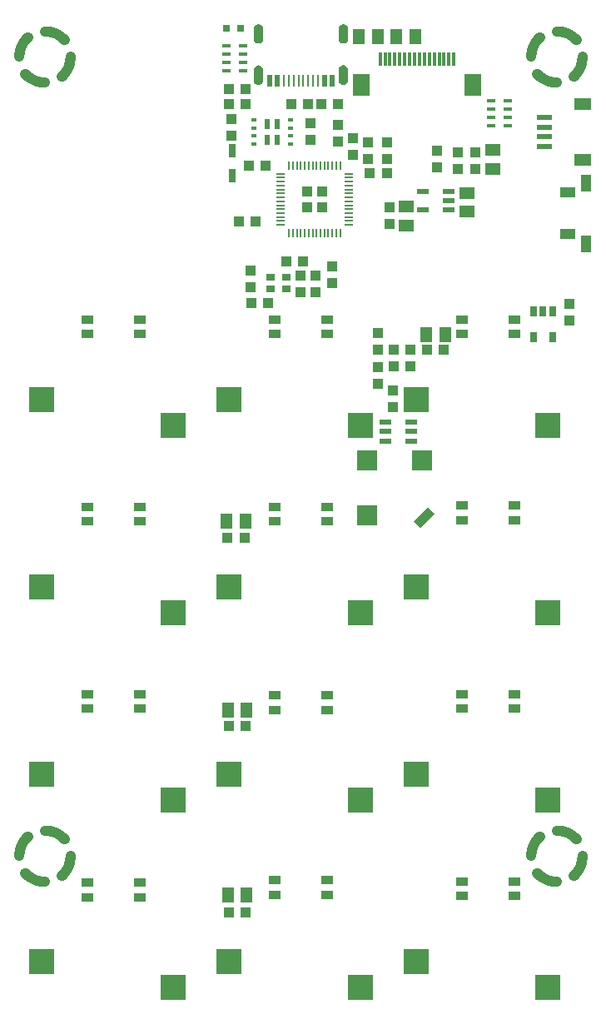
<source format=gbr>
G04 EAGLE Gerber RS-274X export*
G75*
%MOMM*%
%FSLAX34Y34*%
%LPD*%
%INSolderpaste Top*%
%IPPOS*%
%AMOC8*
5,1,8,0,0,1.08239X$1,22.5*%
G01*
%ADD10R,2.550000X2.500000*%
%ADD11R,1.500000X1.240000*%
%ADD12R,0.800000X0.800000*%
%ADD13R,1.200000X0.550000*%
%ADD14R,0.690000X0.990000*%
%ADD15R,0.600000X0.400000*%
%ADD16R,0.600000X1.000000*%
%ADD17R,1.075000X1.000000*%
%ADD18R,1.000000X1.075000*%
%ADD19R,0.875000X0.200000*%
%ADD20R,0.200000X0.875000*%
%ADD21R,1.000000X1.000000*%
%ADD22R,0.900000X0.750000*%
%ADD23R,0.575000X1.150000*%
%ADD24R,0.275000X1.150000*%
%ADD25R,1.200000X0.900000*%
%ADD26R,1.500000X1.100000*%
%ADD27R,1.000000X1.750000*%
%ADD28R,1.550000X0.600000*%
%ADD29R,1.800000X1.200000*%
%ADD30R,1.240000X1.500000*%
%ADD31R,0.800000X1.350000*%
%ADD32C,1.000000*%
%ADD33R,0.300000X1.400000*%
%ADD34R,1.800000X2.200000*%
%ADD35R,0.900000X0.450000*%
%ADD36R,2.000000X2.000000*%
%ADD37R,2.000000X1.000000*%

G36*
X256274Y1017011D02*
X256274Y1017011D01*
X256274Y1017012D01*
X256275Y1017012D01*
X257349Y1017387D01*
X257349Y1017388D01*
X257350Y1017388D01*
X258313Y1017993D01*
X258313Y1017994D01*
X258314Y1017994D01*
X259118Y1018798D01*
X259118Y1018799D01*
X259119Y1018799D01*
X259724Y1019762D01*
X259724Y1019763D01*
X259725Y1019763D01*
X260100Y1020837D01*
X260100Y1020838D01*
X260101Y1020838D01*
X260102Y1020853D01*
X260103Y1020858D01*
X260103Y1020863D01*
X260104Y1020868D01*
X260105Y1020873D01*
X260105Y1020878D01*
X260106Y1020883D01*
X260106Y1020888D01*
X260109Y1020913D01*
X260110Y1020918D01*
X260110Y1020923D01*
X260111Y1020928D01*
X260111Y1020933D01*
X260112Y1020938D01*
X260112Y1020943D01*
X260113Y1020948D01*
X260116Y1020973D01*
X260116Y1020978D01*
X260117Y1020983D01*
X260117Y1020988D01*
X260118Y1020993D01*
X260119Y1020997D01*
X260119Y1020998D01*
X260119Y1021002D01*
X260119Y1021003D01*
X260120Y1021007D01*
X260122Y1021032D01*
X260123Y1021037D01*
X260124Y1021042D01*
X260124Y1021047D01*
X260125Y1021052D01*
X260125Y1021057D01*
X260126Y1021062D01*
X260126Y1021067D01*
X260129Y1021092D01*
X260130Y1021097D01*
X260130Y1021102D01*
X260131Y1021107D01*
X260131Y1021112D01*
X260132Y1021117D01*
X260133Y1021122D01*
X260133Y1021127D01*
X260135Y1021147D01*
X260136Y1021152D01*
X260136Y1021156D01*
X260136Y1021157D01*
X260137Y1021161D01*
X260137Y1021162D01*
X260138Y1021166D01*
X260138Y1021171D01*
X260139Y1021176D01*
X260139Y1021181D01*
X260140Y1021186D01*
X260142Y1021206D01*
X260143Y1021211D01*
X260143Y1021216D01*
X260144Y1021221D01*
X260144Y1021226D01*
X260145Y1021231D01*
X260145Y1021236D01*
X260146Y1021241D01*
X260147Y1021246D01*
X260149Y1021266D01*
X260149Y1021271D01*
X260150Y1021276D01*
X260150Y1021281D01*
X260151Y1021286D01*
X260152Y1021291D01*
X260152Y1021296D01*
X260153Y1021301D01*
X260153Y1021306D01*
X260155Y1021325D01*
X260156Y1021325D01*
X260156Y1021330D01*
X260157Y1021335D01*
X260157Y1021340D01*
X260158Y1021345D01*
X260158Y1021350D01*
X260159Y1021355D01*
X260159Y1021360D01*
X260160Y1021365D01*
X260162Y1021385D01*
X260163Y1021390D01*
X260163Y1021395D01*
X260164Y1021400D01*
X260164Y1021405D01*
X260165Y1021410D01*
X260166Y1021415D01*
X260166Y1021420D01*
X260167Y1021425D01*
X260169Y1021445D01*
X260169Y1021450D01*
X260170Y1021450D01*
X260169Y1021450D01*
X260170Y1021455D01*
X260171Y1021460D01*
X260171Y1021465D01*
X260172Y1021470D01*
X260172Y1021474D01*
X260172Y1021475D01*
X260173Y1021479D01*
X260173Y1021480D01*
X260173Y1021484D01*
X260176Y1021504D01*
X260176Y1021509D01*
X260177Y1021514D01*
X260177Y1021519D01*
X260178Y1021524D01*
X260178Y1021529D01*
X260179Y1021534D01*
X260180Y1021539D01*
X260180Y1021544D01*
X260182Y1021564D01*
X260183Y1021569D01*
X260183Y1021574D01*
X260184Y1021574D01*
X260183Y1021574D01*
X260184Y1021579D01*
X260185Y1021584D01*
X260185Y1021589D01*
X260186Y1021594D01*
X260186Y1021599D01*
X260187Y1021604D01*
X260189Y1021624D01*
X260190Y1021629D01*
X260190Y1021633D01*
X260190Y1021634D01*
X260191Y1021638D01*
X260191Y1021639D01*
X260191Y1021643D01*
X260192Y1021648D01*
X260192Y1021653D01*
X260193Y1021658D01*
X260194Y1021663D01*
X260196Y1021683D01*
X260196Y1021688D01*
X260197Y1021693D01*
X260197Y1021698D01*
X260198Y1021698D01*
X260197Y1021698D01*
X260198Y1021703D01*
X260199Y1021708D01*
X260199Y1021713D01*
X260200Y1021718D01*
X260200Y1021723D01*
X260203Y1021743D01*
X260203Y1021748D01*
X260204Y1021753D01*
X260204Y1021758D01*
X260205Y1021763D01*
X260205Y1021768D01*
X260206Y1021773D01*
X260206Y1021778D01*
X260207Y1021783D01*
X260209Y1021802D01*
X260210Y1021807D01*
X260210Y1021812D01*
X260211Y1021817D01*
X260211Y1021822D01*
X260212Y1021822D01*
X260211Y1021822D01*
X260212Y1021827D01*
X260213Y1021832D01*
X260213Y1021837D01*
X260216Y1021862D01*
X260217Y1021867D01*
X260217Y1021872D01*
X260218Y1021877D01*
X260218Y1021882D01*
X260219Y1021887D01*
X260219Y1021892D01*
X260220Y1021897D01*
X260223Y1021922D01*
X260223Y1021927D01*
X260224Y1021932D01*
X260224Y1021937D01*
X260225Y1021942D01*
X260225Y1021947D01*
X260226Y1021947D01*
X260225Y1021947D01*
X260226Y1021951D01*
X260226Y1021952D01*
X260227Y1021956D01*
X260227Y1021957D01*
X260228Y1021968D01*
X260228Y1021969D01*
X260228Y1031621D01*
X260228Y1031622D01*
X260101Y1032752D01*
X260100Y1032752D01*
X260100Y1032753D01*
X259725Y1033827D01*
X259724Y1033827D01*
X259724Y1033828D01*
X259119Y1034791D01*
X259118Y1034791D01*
X259118Y1034792D01*
X258314Y1035596D01*
X258313Y1035596D01*
X258313Y1035597D01*
X257350Y1036202D01*
X257349Y1036202D01*
X257349Y1036203D01*
X256275Y1036578D01*
X256274Y1036578D01*
X256274Y1036579D01*
X255144Y1036706D01*
X255143Y1036706D01*
X255142Y1036706D01*
X254908Y1036680D01*
X254555Y1036640D01*
X254203Y1036600D01*
X254069Y1036585D01*
X254068Y1036584D01*
X254067Y1036585D01*
X253047Y1036228D01*
X253047Y1036227D01*
X253046Y1036227D01*
X252131Y1035652D01*
X251366Y1034888D01*
X251366Y1034887D01*
X250791Y1033972D01*
X250791Y1033971D01*
X250790Y1033971D01*
X250433Y1032951D01*
X250434Y1032950D01*
X250433Y1032949D01*
X250432Y1032944D01*
X250432Y1032939D01*
X250431Y1032934D01*
X250429Y1032914D01*
X250429Y1032909D01*
X250428Y1032909D01*
X250429Y1032909D01*
X250428Y1032904D01*
X250427Y1032899D01*
X250427Y1032894D01*
X250426Y1032889D01*
X250426Y1032884D01*
X250425Y1032879D01*
X250422Y1032854D01*
X250422Y1032849D01*
X250421Y1032844D01*
X250421Y1032839D01*
X250420Y1032834D01*
X250420Y1032829D01*
X250419Y1032824D01*
X250418Y1032819D01*
X250416Y1032795D01*
X250415Y1032790D01*
X250415Y1032785D01*
X250414Y1032785D01*
X250415Y1032785D01*
X250414Y1032780D01*
X250413Y1032775D01*
X250413Y1032770D01*
X250412Y1032765D01*
X250412Y1032760D01*
X250409Y1032740D01*
X250409Y1032735D01*
X250408Y1032730D01*
X250408Y1032725D01*
X250407Y1032720D01*
X250407Y1032715D01*
X250406Y1032710D01*
X250406Y1032705D01*
X250405Y1032700D01*
X250403Y1032680D01*
X250402Y1032675D01*
X250402Y1032670D01*
X250401Y1032665D01*
X250401Y1032660D01*
X250400Y1032660D01*
X250401Y1032660D01*
X250400Y1032655D01*
X250399Y1032651D01*
X250399Y1032650D01*
X250399Y1032646D01*
X250399Y1032645D01*
X250398Y1032641D01*
X250396Y1032621D01*
X250395Y1032616D01*
X250395Y1032611D01*
X250394Y1032606D01*
X250394Y1032601D01*
X250393Y1032596D01*
X250393Y1032591D01*
X250392Y1032586D01*
X250392Y1032581D01*
X250389Y1032561D01*
X250389Y1032556D01*
X250388Y1032551D01*
X250388Y1032546D01*
X250387Y1032541D01*
X250387Y1032536D01*
X250386Y1032536D01*
X250387Y1032536D01*
X250386Y1032531D01*
X250385Y1032526D01*
X250383Y1032501D01*
X250382Y1032496D01*
X250381Y1032492D01*
X250381Y1032491D01*
X250381Y1032487D01*
X250381Y1032486D01*
X250380Y1032482D01*
X250380Y1032477D01*
X250379Y1032472D01*
X250379Y1032467D01*
X250376Y1032442D01*
X250375Y1032437D01*
X250375Y1032432D01*
X250374Y1032427D01*
X250374Y1032422D01*
X250373Y1032417D01*
X250373Y1032412D01*
X250372Y1032412D01*
X250373Y1032412D01*
X250372Y1032407D01*
X250370Y1032387D01*
X250369Y1032382D01*
X250369Y1032377D01*
X250368Y1032372D01*
X250367Y1032367D01*
X250367Y1032362D01*
X250366Y1032357D01*
X250366Y1032352D01*
X250365Y1032347D01*
X250363Y1032328D01*
X250363Y1032327D01*
X250362Y1032323D01*
X250362Y1032318D01*
X250361Y1032313D01*
X250361Y1032308D01*
X250360Y1032303D01*
X250360Y1032298D01*
X250359Y1032293D01*
X250359Y1032288D01*
X250358Y1032288D01*
X250359Y1032288D01*
X250356Y1032268D01*
X250356Y1032263D01*
X250355Y1032258D01*
X250355Y1032253D01*
X250354Y1032248D01*
X250353Y1032243D01*
X250353Y1032238D01*
X250352Y1032233D01*
X250352Y1032228D01*
X250350Y1032208D01*
X250349Y1032203D01*
X250348Y1032198D01*
X250348Y1032193D01*
X250347Y1032188D01*
X250347Y1032183D01*
X250346Y1032178D01*
X250346Y1032174D01*
X250346Y1032173D01*
X250343Y1032149D01*
X250342Y1032144D01*
X250342Y1032139D01*
X250341Y1032134D01*
X250341Y1032129D01*
X250340Y1032124D01*
X250339Y1032119D01*
X250339Y1032114D01*
X250336Y1032089D01*
X250336Y1032084D01*
X250335Y1032079D01*
X250334Y1032074D01*
X250334Y1032069D01*
X250333Y1032064D01*
X250333Y1032059D01*
X250332Y1032054D01*
X250330Y1032034D01*
X250329Y1032029D01*
X250329Y1032024D01*
X250328Y1032019D01*
X250328Y1032015D01*
X250328Y1032014D01*
X250327Y1032010D01*
X250327Y1032009D01*
X250327Y1032005D01*
X250326Y1032000D01*
X250325Y1031995D01*
X250323Y1031975D01*
X250323Y1031970D01*
X250322Y1031965D01*
X250322Y1031960D01*
X250321Y1031955D01*
X250320Y1031950D01*
X250320Y1031945D01*
X250319Y1031940D01*
X250319Y1031935D01*
X250317Y1031915D01*
X250316Y1031910D01*
X250315Y1031905D01*
X250315Y1031900D01*
X250314Y1031895D01*
X250314Y1031890D01*
X250313Y1031885D01*
X250313Y1031880D01*
X250312Y1031876D01*
X250312Y1031875D01*
X250312Y1021715D01*
X250312Y1021714D01*
X250433Y1020641D01*
X250434Y1020640D01*
X250433Y1020639D01*
X250790Y1019619D01*
X250791Y1019619D01*
X250791Y1019618D01*
X251366Y1018703D01*
X252131Y1017938D01*
X253046Y1017363D01*
X253047Y1017363D01*
X253047Y1017362D01*
X254067Y1017005D01*
X254068Y1017006D01*
X254069Y1017005D01*
X255142Y1016884D01*
X255143Y1016885D01*
X255144Y1016884D01*
X256274Y1017011D01*
G37*
G36*
X342634Y1017011D02*
X342634Y1017011D01*
X342634Y1017012D01*
X342635Y1017012D01*
X343709Y1017387D01*
X343709Y1017388D01*
X343710Y1017388D01*
X344673Y1017993D01*
X344673Y1017994D01*
X344674Y1017994D01*
X345478Y1018798D01*
X345478Y1018799D01*
X345479Y1018799D01*
X346084Y1019762D01*
X346084Y1019763D01*
X346085Y1019763D01*
X346460Y1020837D01*
X346460Y1020838D01*
X346461Y1020838D01*
X346462Y1020853D01*
X346463Y1020858D01*
X346463Y1020863D01*
X346464Y1020868D01*
X346465Y1020873D01*
X346465Y1020878D01*
X346466Y1020883D01*
X346466Y1020888D01*
X346469Y1020913D01*
X346470Y1020918D01*
X346470Y1020923D01*
X346471Y1020928D01*
X346471Y1020933D01*
X346472Y1020938D01*
X346472Y1020943D01*
X346473Y1020948D01*
X346476Y1020973D01*
X346476Y1020978D01*
X346477Y1020983D01*
X346477Y1020988D01*
X346478Y1020993D01*
X346479Y1020997D01*
X346479Y1020998D01*
X346479Y1021002D01*
X346479Y1021003D01*
X346480Y1021007D01*
X346482Y1021032D01*
X346483Y1021037D01*
X346484Y1021042D01*
X346484Y1021047D01*
X346485Y1021052D01*
X346485Y1021057D01*
X346486Y1021062D01*
X346486Y1021067D01*
X346489Y1021092D01*
X346490Y1021097D01*
X346490Y1021102D01*
X346491Y1021107D01*
X346491Y1021112D01*
X346492Y1021117D01*
X346493Y1021122D01*
X346493Y1021127D01*
X346495Y1021147D01*
X346496Y1021152D01*
X346496Y1021156D01*
X346496Y1021157D01*
X346497Y1021161D01*
X346497Y1021162D01*
X346498Y1021166D01*
X346498Y1021171D01*
X346499Y1021176D01*
X346499Y1021181D01*
X346500Y1021186D01*
X346502Y1021206D01*
X346503Y1021211D01*
X346503Y1021216D01*
X346504Y1021221D01*
X346504Y1021226D01*
X346505Y1021231D01*
X346505Y1021236D01*
X346506Y1021241D01*
X346507Y1021246D01*
X346509Y1021266D01*
X346509Y1021271D01*
X346510Y1021276D01*
X346510Y1021281D01*
X346511Y1021286D01*
X346512Y1021291D01*
X346512Y1021296D01*
X346513Y1021301D01*
X346513Y1021306D01*
X346515Y1021325D01*
X346516Y1021325D01*
X346516Y1021330D01*
X346517Y1021335D01*
X346517Y1021340D01*
X346518Y1021345D01*
X346518Y1021350D01*
X346519Y1021355D01*
X346519Y1021360D01*
X346520Y1021365D01*
X346522Y1021385D01*
X346523Y1021390D01*
X346523Y1021395D01*
X346524Y1021400D01*
X346524Y1021405D01*
X346525Y1021410D01*
X346526Y1021415D01*
X346526Y1021420D01*
X346527Y1021425D01*
X346529Y1021445D01*
X346529Y1021450D01*
X346530Y1021450D01*
X346529Y1021450D01*
X346530Y1021455D01*
X346531Y1021460D01*
X346531Y1021465D01*
X346532Y1021470D01*
X346532Y1021474D01*
X346532Y1021475D01*
X346533Y1021479D01*
X346533Y1021480D01*
X346533Y1021484D01*
X346536Y1021504D01*
X346536Y1021509D01*
X346537Y1021514D01*
X346537Y1021519D01*
X346538Y1021524D01*
X346538Y1021529D01*
X346539Y1021534D01*
X346540Y1021539D01*
X346540Y1021544D01*
X346542Y1021564D01*
X346543Y1021569D01*
X346543Y1021574D01*
X346544Y1021574D01*
X346543Y1021574D01*
X346544Y1021579D01*
X346545Y1021584D01*
X346545Y1021589D01*
X346546Y1021594D01*
X346546Y1021599D01*
X346547Y1021604D01*
X346549Y1021624D01*
X346550Y1021629D01*
X346550Y1021633D01*
X346550Y1021634D01*
X346551Y1021638D01*
X346551Y1021639D01*
X346551Y1021643D01*
X346552Y1021648D01*
X346552Y1021653D01*
X346553Y1021658D01*
X346554Y1021663D01*
X346556Y1021683D01*
X346556Y1021688D01*
X346557Y1021693D01*
X346557Y1021698D01*
X346558Y1021698D01*
X346557Y1021698D01*
X346558Y1021703D01*
X346559Y1021708D01*
X346559Y1021713D01*
X346560Y1021718D01*
X346560Y1021723D01*
X346563Y1021743D01*
X346563Y1021748D01*
X346564Y1021753D01*
X346564Y1021758D01*
X346565Y1021763D01*
X346565Y1021768D01*
X346566Y1021773D01*
X346566Y1021778D01*
X346567Y1021783D01*
X346569Y1021802D01*
X346570Y1021807D01*
X346570Y1021812D01*
X346571Y1021817D01*
X346571Y1021822D01*
X346572Y1021822D01*
X346571Y1021822D01*
X346572Y1021827D01*
X346573Y1021832D01*
X346573Y1021837D01*
X346576Y1021862D01*
X346577Y1021867D01*
X346577Y1021872D01*
X346578Y1021877D01*
X346578Y1021882D01*
X346579Y1021887D01*
X346579Y1021892D01*
X346580Y1021897D01*
X346583Y1021922D01*
X346583Y1021927D01*
X346584Y1021932D01*
X346584Y1021937D01*
X346585Y1021942D01*
X346585Y1021947D01*
X346586Y1021947D01*
X346585Y1021947D01*
X346586Y1021951D01*
X346586Y1021952D01*
X346587Y1021956D01*
X346587Y1021957D01*
X346588Y1021968D01*
X346588Y1021969D01*
X346588Y1031621D01*
X346588Y1031622D01*
X346461Y1032752D01*
X346460Y1032752D01*
X346460Y1032753D01*
X346085Y1033827D01*
X346084Y1033827D01*
X346084Y1033828D01*
X345479Y1034791D01*
X345478Y1034791D01*
X345478Y1034792D01*
X344674Y1035596D01*
X344673Y1035596D01*
X344673Y1035597D01*
X343710Y1036202D01*
X343709Y1036202D01*
X343709Y1036203D01*
X342635Y1036578D01*
X342634Y1036578D01*
X342634Y1036579D01*
X341504Y1036706D01*
X341503Y1036706D01*
X341502Y1036706D01*
X341268Y1036680D01*
X340915Y1036640D01*
X340563Y1036600D01*
X340429Y1036585D01*
X340428Y1036584D01*
X340427Y1036585D01*
X339407Y1036228D01*
X339407Y1036227D01*
X339406Y1036227D01*
X338491Y1035652D01*
X337726Y1034888D01*
X337726Y1034887D01*
X337151Y1033972D01*
X337151Y1033971D01*
X337150Y1033971D01*
X336793Y1032951D01*
X336794Y1032950D01*
X336793Y1032949D01*
X336792Y1032944D01*
X336792Y1032939D01*
X336791Y1032934D01*
X336789Y1032914D01*
X336789Y1032909D01*
X336788Y1032909D01*
X336789Y1032909D01*
X336788Y1032904D01*
X336787Y1032899D01*
X336787Y1032894D01*
X336786Y1032889D01*
X336786Y1032884D01*
X336785Y1032879D01*
X336782Y1032854D01*
X336782Y1032849D01*
X336781Y1032844D01*
X336781Y1032839D01*
X336780Y1032834D01*
X336780Y1032829D01*
X336779Y1032824D01*
X336778Y1032819D01*
X336776Y1032795D01*
X336775Y1032790D01*
X336775Y1032785D01*
X336774Y1032785D01*
X336775Y1032785D01*
X336774Y1032780D01*
X336773Y1032775D01*
X336773Y1032770D01*
X336772Y1032765D01*
X336772Y1032760D01*
X336769Y1032740D01*
X336769Y1032735D01*
X336768Y1032730D01*
X336768Y1032725D01*
X336767Y1032720D01*
X336767Y1032715D01*
X336766Y1032710D01*
X336766Y1032705D01*
X336765Y1032700D01*
X336763Y1032680D01*
X336762Y1032675D01*
X336762Y1032670D01*
X336761Y1032665D01*
X336761Y1032660D01*
X336760Y1032660D01*
X336761Y1032660D01*
X336760Y1032655D01*
X336759Y1032651D01*
X336759Y1032650D01*
X336759Y1032646D01*
X336759Y1032645D01*
X336758Y1032641D01*
X336756Y1032621D01*
X336755Y1032616D01*
X336755Y1032611D01*
X336754Y1032606D01*
X336754Y1032601D01*
X336753Y1032596D01*
X336753Y1032591D01*
X336752Y1032586D01*
X336752Y1032581D01*
X336749Y1032561D01*
X336749Y1032556D01*
X336748Y1032551D01*
X336748Y1032546D01*
X336747Y1032541D01*
X336747Y1032536D01*
X336746Y1032536D01*
X336747Y1032536D01*
X336746Y1032531D01*
X336745Y1032526D01*
X336743Y1032501D01*
X336742Y1032496D01*
X336741Y1032492D01*
X336741Y1032491D01*
X336741Y1032487D01*
X336741Y1032486D01*
X336740Y1032482D01*
X336740Y1032477D01*
X336739Y1032472D01*
X336739Y1032467D01*
X336736Y1032442D01*
X336735Y1032437D01*
X336735Y1032432D01*
X336734Y1032427D01*
X336734Y1032422D01*
X336733Y1032417D01*
X336733Y1032412D01*
X336732Y1032412D01*
X336733Y1032412D01*
X336732Y1032407D01*
X336730Y1032387D01*
X336729Y1032382D01*
X336729Y1032377D01*
X336728Y1032372D01*
X336727Y1032367D01*
X336727Y1032362D01*
X336726Y1032357D01*
X336726Y1032352D01*
X336725Y1032347D01*
X336723Y1032328D01*
X336723Y1032327D01*
X336722Y1032323D01*
X336722Y1032318D01*
X336721Y1032313D01*
X336721Y1032308D01*
X336720Y1032303D01*
X336720Y1032298D01*
X336719Y1032293D01*
X336719Y1032288D01*
X336718Y1032288D01*
X336719Y1032288D01*
X336716Y1032268D01*
X336716Y1032263D01*
X336715Y1032258D01*
X336715Y1032253D01*
X336714Y1032248D01*
X336713Y1032243D01*
X336713Y1032238D01*
X336712Y1032233D01*
X336712Y1032228D01*
X336710Y1032208D01*
X336709Y1032203D01*
X336708Y1032198D01*
X336708Y1032193D01*
X336707Y1032188D01*
X336707Y1032183D01*
X336706Y1032178D01*
X336706Y1032174D01*
X336706Y1032173D01*
X336703Y1032149D01*
X336702Y1032144D01*
X336702Y1032139D01*
X336701Y1032134D01*
X336701Y1032129D01*
X336700Y1032124D01*
X336699Y1032119D01*
X336699Y1032114D01*
X336696Y1032089D01*
X336696Y1032084D01*
X336695Y1032079D01*
X336694Y1032074D01*
X336694Y1032069D01*
X336693Y1032064D01*
X336693Y1032059D01*
X336692Y1032054D01*
X336690Y1032034D01*
X336689Y1032029D01*
X336689Y1032024D01*
X336688Y1032019D01*
X336688Y1032015D01*
X336688Y1032014D01*
X336687Y1032010D01*
X336687Y1032009D01*
X336687Y1032005D01*
X336686Y1032000D01*
X336685Y1031995D01*
X336683Y1031975D01*
X336683Y1031970D01*
X336682Y1031965D01*
X336682Y1031960D01*
X336681Y1031955D01*
X336680Y1031950D01*
X336680Y1031945D01*
X336679Y1031940D01*
X336679Y1031935D01*
X336677Y1031915D01*
X336676Y1031910D01*
X336675Y1031905D01*
X336675Y1031900D01*
X336674Y1031895D01*
X336674Y1031890D01*
X336673Y1031885D01*
X336673Y1031880D01*
X336672Y1031876D01*
X336672Y1031875D01*
X336672Y1021715D01*
X336672Y1021714D01*
X336793Y1020641D01*
X336794Y1020640D01*
X336793Y1020639D01*
X337150Y1019619D01*
X337151Y1019619D01*
X337151Y1019618D01*
X337726Y1018703D01*
X338491Y1017938D01*
X339406Y1017363D01*
X339407Y1017363D01*
X339407Y1017362D01*
X340427Y1017005D01*
X340428Y1017006D01*
X340429Y1017005D01*
X341502Y1016884D01*
X341503Y1016885D01*
X341504Y1016884D01*
X342634Y1017011D01*
G37*
G36*
X342761Y975228D02*
X342761Y975228D01*
X342761Y975229D01*
X342762Y975229D01*
X343836Y975604D01*
X343836Y975605D01*
X343837Y975605D01*
X344800Y976210D01*
X344800Y976211D01*
X344801Y976211D01*
X345605Y977015D01*
X345605Y977016D01*
X345606Y977016D01*
X346211Y977979D01*
X346211Y977980D01*
X346212Y977980D01*
X346587Y979054D01*
X346587Y979055D01*
X346588Y979055D01*
X346589Y979070D01*
X346590Y979075D01*
X346590Y979080D01*
X346591Y979085D01*
X346592Y979090D01*
X346592Y979095D01*
X346593Y979100D01*
X346593Y979105D01*
X346596Y979130D01*
X346597Y979135D01*
X346597Y979140D01*
X346598Y979145D01*
X346598Y979150D01*
X346599Y979155D01*
X346599Y979160D01*
X346600Y979165D01*
X346603Y979190D01*
X346603Y979195D01*
X346604Y979200D01*
X346604Y979205D01*
X346605Y979210D01*
X346606Y979214D01*
X346606Y979215D01*
X346606Y979219D01*
X346606Y979220D01*
X346607Y979224D01*
X346609Y979249D01*
X346610Y979254D01*
X346611Y979259D01*
X346611Y979264D01*
X346612Y979269D01*
X346612Y979274D01*
X346613Y979279D01*
X346613Y979284D01*
X346616Y979309D01*
X346617Y979314D01*
X346617Y979319D01*
X346618Y979324D01*
X346618Y979329D01*
X346619Y979334D01*
X346620Y979339D01*
X346620Y979344D01*
X346622Y979364D01*
X346623Y979369D01*
X346623Y979373D01*
X346623Y979374D01*
X346624Y979378D01*
X346624Y979379D01*
X346625Y979383D01*
X346625Y979388D01*
X346626Y979393D01*
X346626Y979398D01*
X346627Y979403D01*
X346629Y979423D01*
X346630Y979428D01*
X346630Y979433D01*
X346631Y979438D01*
X346631Y979443D01*
X346632Y979448D01*
X346632Y979453D01*
X346633Y979458D01*
X346634Y979463D01*
X346636Y979483D01*
X346636Y979488D01*
X346637Y979493D01*
X346637Y979498D01*
X346638Y979503D01*
X346639Y979508D01*
X346639Y979513D01*
X346640Y979518D01*
X346640Y979523D01*
X346642Y979542D01*
X346643Y979542D01*
X346643Y979547D01*
X346644Y979552D01*
X346644Y979557D01*
X346645Y979562D01*
X346645Y979567D01*
X346646Y979572D01*
X346646Y979577D01*
X346647Y979582D01*
X346649Y979602D01*
X346650Y979607D01*
X346650Y979612D01*
X346651Y979617D01*
X346651Y979622D01*
X346652Y979627D01*
X346653Y979632D01*
X346653Y979637D01*
X346654Y979642D01*
X346656Y979662D01*
X346656Y979667D01*
X346657Y979667D01*
X346656Y979667D01*
X346657Y979672D01*
X346658Y979677D01*
X346658Y979682D01*
X346659Y979687D01*
X346659Y979691D01*
X346659Y979692D01*
X346660Y979696D01*
X346660Y979697D01*
X346660Y979701D01*
X346663Y979721D01*
X346663Y979726D01*
X346664Y979731D01*
X346664Y979736D01*
X346665Y979741D01*
X346665Y979746D01*
X346666Y979751D01*
X346667Y979756D01*
X346667Y979761D01*
X346669Y979781D01*
X346670Y979786D01*
X346670Y979791D01*
X346671Y979791D01*
X346670Y979791D01*
X346671Y979796D01*
X346672Y979801D01*
X346672Y979806D01*
X346673Y979811D01*
X346673Y979816D01*
X346674Y979821D01*
X346676Y979841D01*
X346677Y979846D01*
X346677Y979850D01*
X346677Y979851D01*
X346678Y979855D01*
X346678Y979856D01*
X346678Y979860D01*
X346679Y979865D01*
X346679Y979870D01*
X346680Y979875D01*
X346681Y979880D01*
X346683Y979900D01*
X346683Y979905D01*
X346684Y979910D01*
X346684Y979915D01*
X346685Y979915D01*
X346684Y979915D01*
X346685Y979920D01*
X346686Y979925D01*
X346686Y979930D01*
X346687Y979935D01*
X346687Y979940D01*
X346690Y979960D01*
X346690Y979965D01*
X346691Y979970D01*
X346691Y979975D01*
X346692Y979980D01*
X346692Y979985D01*
X346693Y979990D01*
X346693Y979995D01*
X346694Y980000D01*
X346696Y980019D01*
X346697Y980024D01*
X346697Y980029D01*
X346698Y980034D01*
X346698Y980039D01*
X346699Y980039D01*
X346698Y980039D01*
X346699Y980044D01*
X346700Y980049D01*
X346700Y980054D01*
X346703Y980079D01*
X346704Y980084D01*
X346704Y980089D01*
X346705Y980094D01*
X346705Y980099D01*
X346706Y980104D01*
X346706Y980109D01*
X346707Y980114D01*
X346710Y980139D01*
X346710Y980144D01*
X346711Y980149D01*
X346711Y980154D01*
X346712Y980159D01*
X346712Y980164D01*
X346713Y980164D01*
X346712Y980164D01*
X346713Y980168D01*
X346713Y980169D01*
X346714Y980173D01*
X346714Y980174D01*
X346715Y980185D01*
X346715Y980186D01*
X346715Y989838D01*
X346715Y989839D01*
X346588Y990969D01*
X346587Y990969D01*
X346587Y990970D01*
X346212Y992044D01*
X346211Y992044D01*
X346211Y992045D01*
X345606Y993008D01*
X345605Y993008D01*
X345605Y993009D01*
X344801Y993813D01*
X344800Y993813D01*
X344800Y993814D01*
X343837Y994419D01*
X343836Y994419D01*
X343836Y994420D01*
X342762Y994795D01*
X342761Y994795D01*
X342761Y994796D01*
X341631Y994923D01*
X341630Y994923D01*
X341629Y994923D01*
X341395Y994897D01*
X341042Y994857D01*
X340690Y994817D01*
X340556Y994802D01*
X340555Y994801D01*
X340554Y994802D01*
X339534Y994445D01*
X339534Y994444D01*
X339533Y994444D01*
X338618Y993869D01*
X337853Y993105D01*
X337853Y993104D01*
X337278Y992189D01*
X337278Y992188D01*
X337277Y992188D01*
X336920Y991168D01*
X336921Y991167D01*
X336920Y991166D01*
X336919Y991161D01*
X336919Y991156D01*
X336918Y991151D01*
X336916Y991131D01*
X336916Y991126D01*
X336915Y991126D01*
X336916Y991126D01*
X336915Y991121D01*
X336914Y991116D01*
X336914Y991111D01*
X336913Y991106D01*
X336913Y991101D01*
X336912Y991096D01*
X336909Y991071D01*
X336909Y991066D01*
X336908Y991061D01*
X336908Y991056D01*
X336907Y991051D01*
X336907Y991046D01*
X336906Y991041D01*
X336905Y991036D01*
X336903Y991012D01*
X336902Y991007D01*
X336902Y991002D01*
X336901Y991002D01*
X336902Y991002D01*
X336901Y990997D01*
X336900Y990992D01*
X336900Y990987D01*
X336899Y990982D01*
X336899Y990977D01*
X336896Y990957D01*
X336896Y990952D01*
X336895Y990947D01*
X336895Y990942D01*
X336894Y990937D01*
X336894Y990932D01*
X336893Y990927D01*
X336893Y990922D01*
X336892Y990917D01*
X336890Y990897D01*
X336889Y990892D01*
X336889Y990887D01*
X336888Y990882D01*
X336888Y990877D01*
X336887Y990877D01*
X336888Y990877D01*
X336887Y990872D01*
X336886Y990868D01*
X336886Y990867D01*
X336886Y990863D01*
X336886Y990862D01*
X336885Y990858D01*
X336883Y990838D01*
X336882Y990833D01*
X336882Y990828D01*
X336881Y990823D01*
X336881Y990818D01*
X336880Y990813D01*
X336880Y990808D01*
X336879Y990803D01*
X336879Y990798D01*
X336876Y990778D01*
X336876Y990773D01*
X336875Y990768D01*
X336875Y990763D01*
X336874Y990758D01*
X336874Y990753D01*
X336873Y990753D01*
X336874Y990753D01*
X336873Y990748D01*
X336872Y990743D01*
X336870Y990718D01*
X336869Y990713D01*
X336868Y990709D01*
X336868Y990708D01*
X336868Y990704D01*
X336868Y990703D01*
X336867Y990699D01*
X336867Y990694D01*
X336866Y990689D01*
X336866Y990684D01*
X336863Y990659D01*
X336862Y990654D01*
X336862Y990649D01*
X336861Y990644D01*
X336861Y990639D01*
X336860Y990634D01*
X336860Y990629D01*
X336859Y990629D01*
X336860Y990629D01*
X336859Y990624D01*
X336857Y990604D01*
X336856Y990599D01*
X336856Y990594D01*
X336855Y990589D01*
X336854Y990584D01*
X336854Y990579D01*
X336853Y990574D01*
X336853Y990569D01*
X336852Y990564D01*
X336850Y990545D01*
X336850Y990544D01*
X336849Y990540D01*
X336849Y990535D01*
X336848Y990530D01*
X336848Y990525D01*
X336847Y990520D01*
X336847Y990515D01*
X336846Y990510D01*
X336846Y990505D01*
X336845Y990505D01*
X336846Y990505D01*
X336843Y990485D01*
X336843Y990480D01*
X336842Y990475D01*
X336842Y990470D01*
X336841Y990465D01*
X336840Y990460D01*
X336840Y990455D01*
X336839Y990450D01*
X336839Y990445D01*
X336837Y990425D01*
X336836Y990420D01*
X336835Y990415D01*
X336835Y990410D01*
X336834Y990405D01*
X336834Y990400D01*
X336833Y990395D01*
X336833Y990391D01*
X336833Y990390D01*
X336830Y990366D01*
X336829Y990361D01*
X336829Y990356D01*
X336828Y990351D01*
X336828Y990346D01*
X336827Y990341D01*
X336826Y990336D01*
X336826Y990331D01*
X336823Y990306D01*
X336823Y990301D01*
X336822Y990296D01*
X336821Y990291D01*
X336821Y990286D01*
X336820Y990281D01*
X336820Y990276D01*
X336819Y990271D01*
X336817Y990251D01*
X336816Y990246D01*
X336816Y990241D01*
X336815Y990236D01*
X336815Y990232D01*
X336815Y990231D01*
X336814Y990227D01*
X336814Y990226D01*
X336814Y990222D01*
X336813Y990217D01*
X336812Y990212D01*
X336810Y990192D01*
X336810Y990187D01*
X336809Y990182D01*
X336809Y990177D01*
X336808Y990172D01*
X336807Y990167D01*
X336807Y990162D01*
X336806Y990157D01*
X336806Y990152D01*
X336804Y990132D01*
X336803Y990127D01*
X336802Y990122D01*
X336802Y990117D01*
X336801Y990112D01*
X336801Y990107D01*
X336800Y990102D01*
X336800Y990097D01*
X336799Y990093D01*
X336799Y990092D01*
X336799Y979932D01*
X336799Y979931D01*
X336920Y978858D01*
X336921Y978857D01*
X336920Y978856D01*
X337277Y977836D01*
X337278Y977836D01*
X337278Y977835D01*
X337853Y976920D01*
X338618Y976155D01*
X339533Y975580D01*
X339534Y975580D01*
X339534Y975579D01*
X340554Y975222D01*
X340555Y975223D01*
X340556Y975222D01*
X341629Y975101D01*
X341630Y975102D01*
X341631Y975101D01*
X342761Y975228D01*
G37*
G36*
X256274Y975101D02*
X256274Y975101D01*
X256274Y975102D01*
X256275Y975102D01*
X257349Y975477D01*
X257349Y975478D01*
X257350Y975478D01*
X258313Y976083D01*
X258313Y976084D01*
X258314Y976084D01*
X259118Y976888D01*
X259118Y976889D01*
X259119Y976889D01*
X259724Y977852D01*
X259724Y977853D01*
X259725Y977853D01*
X260100Y978927D01*
X260100Y978928D01*
X260101Y978928D01*
X260102Y978943D01*
X260103Y978948D01*
X260103Y978953D01*
X260104Y978958D01*
X260105Y978963D01*
X260105Y978968D01*
X260106Y978973D01*
X260106Y978978D01*
X260109Y979003D01*
X260110Y979008D01*
X260110Y979013D01*
X260111Y979018D01*
X260111Y979023D01*
X260112Y979028D01*
X260112Y979033D01*
X260113Y979038D01*
X260116Y979063D01*
X260116Y979068D01*
X260117Y979073D01*
X260117Y979078D01*
X260118Y979083D01*
X260119Y979087D01*
X260119Y979088D01*
X260119Y979092D01*
X260119Y979093D01*
X260120Y979097D01*
X260122Y979122D01*
X260123Y979127D01*
X260124Y979132D01*
X260124Y979137D01*
X260125Y979142D01*
X260125Y979147D01*
X260126Y979152D01*
X260126Y979157D01*
X260129Y979182D01*
X260130Y979187D01*
X260130Y979192D01*
X260131Y979197D01*
X260131Y979202D01*
X260132Y979207D01*
X260133Y979212D01*
X260133Y979217D01*
X260135Y979237D01*
X260136Y979242D01*
X260136Y979246D01*
X260136Y979247D01*
X260137Y979251D01*
X260137Y979252D01*
X260138Y979256D01*
X260138Y979261D01*
X260139Y979266D01*
X260139Y979271D01*
X260140Y979276D01*
X260142Y979296D01*
X260143Y979301D01*
X260143Y979306D01*
X260144Y979311D01*
X260144Y979316D01*
X260145Y979321D01*
X260145Y979326D01*
X260146Y979331D01*
X260147Y979336D01*
X260149Y979356D01*
X260149Y979361D01*
X260150Y979366D01*
X260150Y979371D01*
X260151Y979376D01*
X260152Y979381D01*
X260152Y979386D01*
X260153Y979391D01*
X260153Y979396D01*
X260155Y979415D01*
X260156Y979415D01*
X260156Y979420D01*
X260157Y979425D01*
X260157Y979430D01*
X260158Y979435D01*
X260158Y979440D01*
X260159Y979445D01*
X260159Y979450D01*
X260160Y979455D01*
X260162Y979475D01*
X260163Y979480D01*
X260163Y979485D01*
X260164Y979490D01*
X260164Y979495D01*
X260165Y979500D01*
X260166Y979505D01*
X260166Y979510D01*
X260167Y979515D01*
X260169Y979535D01*
X260169Y979540D01*
X260170Y979540D01*
X260169Y979540D01*
X260170Y979545D01*
X260171Y979550D01*
X260171Y979555D01*
X260172Y979560D01*
X260172Y979564D01*
X260172Y979565D01*
X260173Y979569D01*
X260173Y979570D01*
X260173Y979574D01*
X260176Y979594D01*
X260176Y979599D01*
X260177Y979604D01*
X260177Y979609D01*
X260178Y979614D01*
X260178Y979619D01*
X260179Y979624D01*
X260180Y979629D01*
X260180Y979634D01*
X260182Y979654D01*
X260183Y979659D01*
X260183Y979664D01*
X260184Y979664D01*
X260183Y979664D01*
X260184Y979669D01*
X260185Y979674D01*
X260185Y979679D01*
X260186Y979684D01*
X260186Y979689D01*
X260187Y979694D01*
X260189Y979714D01*
X260190Y979719D01*
X260190Y979723D01*
X260190Y979724D01*
X260191Y979728D01*
X260191Y979729D01*
X260191Y979733D01*
X260192Y979738D01*
X260192Y979743D01*
X260193Y979748D01*
X260194Y979753D01*
X260196Y979773D01*
X260196Y979778D01*
X260197Y979783D01*
X260197Y979788D01*
X260198Y979788D01*
X260197Y979788D01*
X260198Y979793D01*
X260199Y979798D01*
X260199Y979803D01*
X260200Y979808D01*
X260200Y979813D01*
X260203Y979833D01*
X260203Y979838D01*
X260204Y979843D01*
X260204Y979848D01*
X260205Y979853D01*
X260205Y979858D01*
X260206Y979863D01*
X260206Y979868D01*
X260207Y979873D01*
X260209Y979892D01*
X260210Y979897D01*
X260210Y979902D01*
X260211Y979907D01*
X260211Y979912D01*
X260212Y979912D01*
X260211Y979912D01*
X260212Y979917D01*
X260213Y979922D01*
X260213Y979927D01*
X260216Y979952D01*
X260217Y979957D01*
X260217Y979962D01*
X260218Y979967D01*
X260218Y979972D01*
X260219Y979977D01*
X260219Y979982D01*
X260220Y979987D01*
X260223Y980012D01*
X260223Y980017D01*
X260224Y980022D01*
X260224Y980027D01*
X260225Y980032D01*
X260225Y980037D01*
X260226Y980037D01*
X260225Y980037D01*
X260226Y980041D01*
X260226Y980042D01*
X260227Y980046D01*
X260227Y980047D01*
X260228Y980058D01*
X260228Y980059D01*
X260228Y989711D01*
X260228Y989712D01*
X260101Y990842D01*
X260100Y990842D01*
X260100Y990843D01*
X259725Y991917D01*
X259724Y991917D01*
X259724Y991918D01*
X259119Y992881D01*
X259118Y992881D01*
X259118Y992882D01*
X258314Y993686D01*
X258313Y993686D01*
X258313Y993687D01*
X257350Y994292D01*
X257349Y994292D01*
X257349Y994293D01*
X256275Y994668D01*
X256274Y994668D01*
X256274Y994669D01*
X255144Y994796D01*
X255143Y994796D01*
X255142Y994796D01*
X254908Y994770D01*
X254555Y994730D01*
X254203Y994690D01*
X254069Y994675D01*
X254068Y994674D01*
X254067Y994675D01*
X253047Y994318D01*
X253047Y994317D01*
X253046Y994317D01*
X252131Y993742D01*
X251366Y992978D01*
X251366Y992977D01*
X250791Y992062D01*
X250791Y992061D01*
X250790Y992061D01*
X250433Y991041D01*
X250434Y991040D01*
X250433Y991039D01*
X250432Y991034D01*
X250432Y991029D01*
X250431Y991024D01*
X250429Y991004D01*
X250429Y990999D01*
X250428Y990999D01*
X250429Y990999D01*
X250428Y990994D01*
X250427Y990989D01*
X250427Y990984D01*
X250426Y990979D01*
X250426Y990974D01*
X250425Y990969D01*
X250422Y990944D01*
X250422Y990939D01*
X250421Y990934D01*
X250421Y990929D01*
X250420Y990924D01*
X250420Y990919D01*
X250419Y990914D01*
X250418Y990909D01*
X250416Y990885D01*
X250415Y990880D01*
X250415Y990875D01*
X250414Y990875D01*
X250415Y990875D01*
X250414Y990870D01*
X250413Y990865D01*
X250413Y990860D01*
X250412Y990855D01*
X250412Y990850D01*
X250409Y990830D01*
X250409Y990825D01*
X250408Y990820D01*
X250408Y990815D01*
X250407Y990810D01*
X250407Y990805D01*
X250406Y990800D01*
X250406Y990795D01*
X250405Y990790D01*
X250403Y990770D01*
X250402Y990765D01*
X250402Y990760D01*
X250401Y990755D01*
X250401Y990750D01*
X250400Y990750D01*
X250401Y990750D01*
X250400Y990745D01*
X250399Y990741D01*
X250399Y990740D01*
X250399Y990736D01*
X250399Y990735D01*
X250398Y990731D01*
X250396Y990711D01*
X250395Y990706D01*
X250395Y990701D01*
X250394Y990696D01*
X250394Y990691D01*
X250393Y990686D01*
X250393Y990681D01*
X250392Y990676D01*
X250392Y990671D01*
X250389Y990651D01*
X250389Y990646D01*
X250388Y990641D01*
X250388Y990636D01*
X250387Y990631D01*
X250387Y990626D01*
X250386Y990626D01*
X250387Y990626D01*
X250386Y990621D01*
X250385Y990616D01*
X250383Y990591D01*
X250382Y990586D01*
X250381Y990582D01*
X250381Y990581D01*
X250381Y990577D01*
X250381Y990576D01*
X250380Y990572D01*
X250380Y990567D01*
X250379Y990562D01*
X250379Y990557D01*
X250376Y990532D01*
X250375Y990527D01*
X250375Y990522D01*
X250374Y990517D01*
X250374Y990512D01*
X250373Y990507D01*
X250373Y990502D01*
X250372Y990502D01*
X250373Y990502D01*
X250372Y990497D01*
X250370Y990477D01*
X250369Y990472D01*
X250369Y990467D01*
X250368Y990462D01*
X250367Y990457D01*
X250367Y990452D01*
X250366Y990447D01*
X250366Y990442D01*
X250365Y990437D01*
X250363Y990418D01*
X250363Y990417D01*
X250362Y990413D01*
X250362Y990408D01*
X250361Y990403D01*
X250361Y990398D01*
X250360Y990393D01*
X250360Y990388D01*
X250359Y990383D01*
X250359Y990378D01*
X250358Y990378D01*
X250359Y990378D01*
X250356Y990358D01*
X250356Y990353D01*
X250355Y990348D01*
X250355Y990343D01*
X250354Y990338D01*
X250353Y990333D01*
X250353Y990328D01*
X250352Y990323D01*
X250352Y990318D01*
X250350Y990298D01*
X250349Y990293D01*
X250348Y990288D01*
X250348Y990283D01*
X250347Y990278D01*
X250347Y990273D01*
X250346Y990268D01*
X250346Y990264D01*
X250346Y990263D01*
X250343Y990239D01*
X250342Y990234D01*
X250342Y990229D01*
X250341Y990224D01*
X250341Y990219D01*
X250340Y990214D01*
X250339Y990209D01*
X250339Y990204D01*
X250336Y990179D01*
X250336Y990174D01*
X250335Y990169D01*
X250334Y990164D01*
X250334Y990159D01*
X250333Y990154D01*
X250333Y990149D01*
X250332Y990144D01*
X250330Y990124D01*
X250329Y990119D01*
X250329Y990114D01*
X250328Y990109D01*
X250328Y990105D01*
X250328Y990104D01*
X250327Y990100D01*
X250327Y990099D01*
X250327Y990095D01*
X250326Y990090D01*
X250325Y990085D01*
X250323Y990065D01*
X250323Y990060D01*
X250322Y990055D01*
X250322Y990050D01*
X250321Y990045D01*
X250320Y990040D01*
X250320Y990035D01*
X250319Y990030D01*
X250319Y990025D01*
X250317Y990005D01*
X250316Y990000D01*
X250315Y989995D01*
X250315Y989990D01*
X250314Y989985D01*
X250314Y989980D01*
X250313Y989975D01*
X250313Y989970D01*
X250312Y989966D01*
X250312Y989965D01*
X250312Y979805D01*
X250312Y979804D01*
X250433Y978731D01*
X250434Y978730D01*
X250433Y978729D01*
X250790Y977709D01*
X250791Y977709D01*
X250791Y977708D01*
X251366Y976793D01*
X252131Y976028D01*
X253046Y975453D01*
X253047Y975453D01*
X253047Y975452D01*
X254067Y975095D01*
X254068Y975096D01*
X254069Y975095D01*
X255142Y974974D01*
X255143Y974975D01*
X255144Y974974D01*
X256274Y975101D01*
G37*
D10*
X549850Y57150D03*
X415350Y82950D03*
X359350Y57150D03*
X224850Y82950D03*
X168850Y57150D03*
X34350Y82950D03*
X168850Y247650D03*
X34350Y273450D03*
X359350Y247650D03*
X224850Y273450D03*
X549850Y247650D03*
X415350Y273450D03*
D11*
X467341Y846149D03*
X467341Y865149D03*
X405915Y850910D03*
X405915Y831910D03*
D12*
X222370Y1032510D03*
X237370Y1032510D03*
D13*
X448611Y847750D03*
X448611Y857250D03*
X448611Y866750D03*
X422609Y866750D03*
X422609Y847750D03*
D14*
X554330Y744420D03*
X544830Y744420D03*
X535330Y744420D03*
X535330Y718520D03*
X554330Y718520D03*
D15*
X250613Y939100D03*
X250613Y931100D03*
X250613Y923100D03*
X250613Y915100D03*
X287613Y915100D03*
X287613Y923100D03*
X287613Y931100D03*
X287613Y939100D03*
D16*
X264113Y935100D03*
X274113Y935100D03*
X264113Y919100D03*
X274113Y919100D03*
D17*
X242180Y955040D03*
X225180Y955040D03*
D18*
X351790Y903360D03*
X351790Y920360D03*
D17*
X252340Y835660D03*
X235340Y835660D03*
D19*
X277920Y884520D03*
X277920Y880520D03*
X277920Y876520D03*
X277920Y872520D03*
X277920Y868520D03*
X277920Y864520D03*
X277920Y860520D03*
X277920Y856520D03*
X277920Y852520D03*
X277920Y848520D03*
X277920Y844520D03*
X277920Y840520D03*
X277920Y836520D03*
X277920Y832520D03*
D20*
X286420Y824020D03*
X290420Y824020D03*
X294420Y824020D03*
X298420Y824020D03*
X302420Y824020D03*
X306420Y824020D03*
X310420Y824020D03*
X314420Y824020D03*
X318420Y824020D03*
X322420Y824020D03*
X326420Y824020D03*
X330420Y824020D03*
X334420Y824020D03*
X338420Y824020D03*
D19*
X346920Y832520D03*
X346920Y836520D03*
X346920Y840520D03*
X346920Y844520D03*
X346920Y848520D03*
X346920Y852520D03*
X346920Y856520D03*
X346920Y860520D03*
X346920Y864520D03*
X346920Y868520D03*
X346920Y872520D03*
X346920Y876520D03*
X346920Y880520D03*
X346920Y884520D03*
D20*
X338420Y893020D03*
X334420Y893020D03*
X330420Y893020D03*
X326420Y893020D03*
X322420Y893020D03*
X318420Y893020D03*
X314420Y893020D03*
X310420Y893020D03*
X306420Y893020D03*
X302420Y893020D03*
X298420Y893020D03*
X294420Y893020D03*
X290420Y893020D03*
X286420Y893020D03*
D21*
X304420Y866520D03*
X320420Y866520D03*
X320420Y850520D03*
X304420Y850520D03*
D22*
X283840Y779680D03*
X267340Y779680D03*
X267340Y767180D03*
X283840Y767180D03*
D18*
X330200Y773185D03*
X330200Y790185D03*
X308610Y935600D03*
X308610Y918600D03*
X336550Y917330D03*
X336550Y934330D03*
X388620Y850510D03*
X388620Y833510D03*
X367030Y899550D03*
X367030Y916550D03*
D17*
X242180Y970280D03*
X225180Y970280D03*
X248040Y753110D03*
X265040Y753110D03*
D18*
X298450Y763660D03*
X298450Y780660D03*
D17*
X283600Y795020D03*
X300600Y795020D03*
D18*
X227838Y940299D03*
X227838Y923299D03*
D17*
X288680Y955040D03*
X305680Y955040D03*
X336160Y955040D03*
X319160Y955040D03*
X368690Y885190D03*
X385690Y885190D03*
X262500Y892810D03*
X245500Y892810D03*
D23*
X330450Y979280D03*
X322450Y979280D03*
D24*
X315950Y979280D03*
X310950Y979280D03*
X305950Y979280D03*
X300950Y979280D03*
X295950Y979280D03*
X290950Y979280D03*
X285950Y979280D03*
X280950Y979280D03*
D23*
X274450Y979280D03*
X266450Y979280D03*
D10*
X168850Y628650D03*
X34350Y654450D03*
X359350Y628650D03*
X224850Y654450D03*
X549850Y628650D03*
X415350Y654450D03*
X168850Y438150D03*
X34350Y463950D03*
X359350Y438150D03*
X224850Y463950D03*
X549850Y438150D03*
X415350Y463950D03*
D25*
X462450Y721480D03*
X462450Y736480D03*
X515450Y721480D03*
X515450Y736480D03*
X271950Y721480D03*
X271950Y736480D03*
X324950Y721480D03*
X324950Y736480D03*
X81450Y721480D03*
X81450Y736480D03*
X134450Y721480D03*
X134450Y736480D03*
X462450Y532250D03*
X462450Y547250D03*
X515450Y532250D03*
X515450Y547250D03*
X271950Y530980D03*
X271950Y545980D03*
X324950Y530980D03*
X324950Y545980D03*
X81450Y530980D03*
X81450Y545980D03*
X134450Y530980D03*
X134450Y545980D03*
X462450Y340480D03*
X462450Y355480D03*
X515450Y340480D03*
X515450Y355480D03*
X271950Y339210D03*
X271950Y354210D03*
X324950Y339210D03*
X324950Y354210D03*
X81450Y340480D03*
X81450Y355480D03*
X134450Y340480D03*
X134450Y355480D03*
X462450Y149980D03*
X462450Y164980D03*
X515450Y149980D03*
X515450Y164980D03*
X271950Y151250D03*
X271950Y166250D03*
X324950Y151250D03*
X324950Y166250D03*
X81450Y148710D03*
X81450Y163710D03*
X134450Y148710D03*
X134450Y163710D03*
D26*
X570120Y823550D03*
X570120Y865550D03*
D27*
X588120Y812800D03*
X588120Y875300D03*
D28*
X546360Y922100D03*
X546360Y932100D03*
X546360Y912100D03*
X546360Y942100D03*
D29*
X585360Y899100D03*
X585360Y955100D03*
D11*
X494030Y889660D03*
X494030Y908660D03*
D30*
X414630Y1023620D03*
X395630Y1023620D03*
D18*
X386080Y899550D03*
X386080Y916550D03*
X436880Y890660D03*
X436880Y907660D03*
D31*
X228600Y882650D03*
X228600Y908050D03*
D32*
X64101Y190500D02*
X64100Y189871D01*
X64083Y189243D01*
X64052Y188615D01*
X64006Y187988D01*
X63944Y187362D01*
X63867Y186738D01*
X63776Y186116D01*
X63669Y185497D01*
X63548Y184880D01*
X63412Y184266D01*
X63261Y183656D01*
X63096Y183049D01*
X62915Y182447D01*
X62721Y181849D01*
X62512Y181256D01*
X62289Y180668D01*
X62052Y180086D01*
X61801Y179510D01*
X61536Y178940D01*
X61257Y178376D01*
X60965Y177819D01*
X60660Y177270D01*
X60342Y176728D01*
X60010Y176193D01*
X59666Y175667D01*
X59310Y175150D01*
X58940Y174641D01*
X58559Y174141D01*
X58166Y173650D01*
X57761Y173169D01*
X57345Y172698D01*
X56918Y172237D01*
X56479Y171786D01*
X56030Y171347D01*
X55570Y170918D01*
X55101Y170500D01*
X58100Y207501D02*
X57682Y207970D01*
X57253Y208430D01*
X56814Y208879D01*
X56363Y209318D01*
X55902Y209745D01*
X55431Y210161D01*
X54950Y210566D01*
X54459Y210959D01*
X53959Y211340D01*
X53450Y211710D01*
X52933Y212066D01*
X52407Y212410D01*
X51872Y212742D01*
X51330Y213060D01*
X50781Y213365D01*
X50224Y213657D01*
X49660Y213936D01*
X49090Y214201D01*
X48514Y214452D01*
X47932Y214689D01*
X47344Y214912D01*
X46751Y215121D01*
X46153Y215315D01*
X45551Y215496D01*
X44944Y215661D01*
X44334Y215812D01*
X43720Y215948D01*
X43103Y216069D01*
X42484Y216176D01*
X41862Y216267D01*
X41238Y216344D01*
X40612Y216406D01*
X39985Y216452D01*
X39357Y216483D01*
X38729Y216500D01*
X38100Y216501D01*
X21099Y210500D02*
X20630Y210082D01*
X20170Y209653D01*
X19721Y209214D01*
X19282Y208763D01*
X18855Y208302D01*
X18439Y207831D01*
X18034Y207350D01*
X17641Y206859D01*
X17260Y206359D01*
X16890Y205850D01*
X16534Y205333D01*
X16190Y204807D01*
X15858Y204272D01*
X15540Y203730D01*
X15235Y203181D01*
X14943Y202624D01*
X14664Y202060D01*
X14399Y201490D01*
X14148Y200914D01*
X13911Y200332D01*
X13688Y199744D01*
X13479Y199151D01*
X13285Y198553D01*
X13104Y197951D01*
X12939Y197344D01*
X12788Y196734D01*
X12652Y196120D01*
X12531Y195503D01*
X12424Y194884D01*
X12333Y194262D01*
X12256Y193638D01*
X12194Y193012D01*
X12148Y192385D01*
X12117Y191757D01*
X12100Y191129D01*
X12099Y190500D01*
X18100Y173499D02*
X18518Y173030D01*
X18947Y172570D01*
X19386Y172121D01*
X19837Y171682D01*
X20298Y171255D01*
X20769Y170839D01*
X21250Y170434D01*
X21741Y170041D01*
X22241Y169660D01*
X22750Y169290D01*
X23267Y168934D01*
X23793Y168590D01*
X24328Y168258D01*
X24870Y167940D01*
X25419Y167635D01*
X25976Y167343D01*
X26540Y167064D01*
X27110Y166799D01*
X27686Y166548D01*
X28268Y166311D01*
X28856Y166088D01*
X29449Y165879D01*
X30047Y165685D01*
X30649Y165504D01*
X31256Y165339D01*
X31866Y165188D01*
X32480Y165052D01*
X33097Y164931D01*
X33716Y164824D01*
X34338Y164733D01*
X34962Y164656D01*
X35588Y164594D01*
X36215Y164548D01*
X36843Y164517D01*
X37471Y164500D01*
X38100Y164499D01*
X575801Y170500D02*
X576270Y170918D01*
X576730Y171347D01*
X577179Y171786D01*
X577618Y172237D01*
X578045Y172698D01*
X578461Y173169D01*
X578866Y173650D01*
X579259Y174141D01*
X579640Y174641D01*
X580010Y175150D01*
X580366Y175667D01*
X580710Y176193D01*
X581042Y176728D01*
X581360Y177270D01*
X581665Y177819D01*
X581957Y178376D01*
X582236Y178940D01*
X582501Y179510D01*
X582752Y180086D01*
X582989Y180668D01*
X583212Y181256D01*
X583421Y181849D01*
X583615Y182447D01*
X583796Y183049D01*
X583961Y183656D01*
X584112Y184266D01*
X584248Y184880D01*
X584369Y185497D01*
X584476Y186116D01*
X584567Y186738D01*
X584644Y187362D01*
X584706Y187988D01*
X584752Y188615D01*
X584783Y189243D01*
X584800Y189871D01*
X584801Y190500D01*
X578800Y207501D02*
X578382Y207970D01*
X577953Y208430D01*
X577514Y208879D01*
X577063Y209318D01*
X576602Y209745D01*
X576131Y210161D01*
X575650Y210566D01*
X575159Y210959D01*
X574659Y211340D01*
X574150Y211710D01*
X573633Y212066D01*
X573107Y212410D01*
X572572Y212742D01*
X572030Y213060D01*
X571481Y213365D01*
X570924Y213657D01*
X570360Y213936D01*
X569790Y214201D01*
X569214Y214452D01*
X568632Y214689D01*
X568044Y214912D01*
X567451Y215121D01*
X566853Y215315D01*
X566251Y215496D01*
X565644Y215661D01*
X565034Y215812D01*
X564420Y215948D01*
X563803Y216069D01*
X563184Y216176D01*
X562562Y216267D01*
X561938Y216344D01*
X561312Y216406D01*
X560685Y216452D01*
X560057Y216483D01*
X559429Y216500D01*
X558800Y216501D01*
X541799Y210500D02*
X541330Y210082D01*
X540870Y209653D01*
X540421Y209214D01*
X539982Y208763D01*
X539555Y208302D01*
X539139Y207831D01*
X538734Y207350D01*
X538341Y206859D01*
X537960Y206359D01*
X537590Y205850D01*
X537234Y205333D01*
X536890Y204807D01*
X536558Y204272D01*
X536240Y203730D01*
X535935Y203181D01*
X535643Y202624D01*
X535364Y202060D01*
X535099Y201490D01*
X534848Y200914D01*
X534611Y200332D01*
X534388Y199744D01*
X534179Y199151D01*
X533985Y198553D01*
X533804Y197951D01*
X533639Y197344D01*
X533488Y196734D01*
X533352Y196120D01*
X533231Y195503D01*
X533124Y194884D01*
X533033Y194262D01*
X532956Y193638D01*
X532894Y193012D01*
X532848Y192385D01*
X532817Y191757D01*
X532800Y191129D01*
X532799Y190500D01*
X538800Y173499D02*
X539218Y173030D01*
X539647Y172570D01*
X540086Y172121D01*
X540537Y171682D01*
X540998Y171255D01*
X541469Y170839D01*
X541950Y170434D01*
X542441Y170041D01*
X542941Y169660D01*
X543450Y169290D01*
X543967Y168934D01*
X544493Y168590D01*
X545028Y168258D01*
X545570Y167940D01*
X546119Y167635D01*
X546676Y167343D01*
X547240Y167064D01*
X547810Y166799D01*
X548386Y166548D01*
X548968Y166311D01*
X549556Y166088D01*
X550149Y165879D01*
X550747Y165685D01*
X551349Y165504D01*
X551956Y165339D01*
X552566Y165188D01*
X553180Y165052D01*
X553797Y164931D01*
X554416Y164824D01*
X555038Y164733D01*
X555662Y164656D01*
X556288Y164594D01*
X556915Y164548D01*
X557543Y164517D01*
X558171Y164500D01*
X558800Y164499D01*
X55101Y983300D02*
X55570Y983718D01*
X56030Y984147D01*
X56479Y984586D01*
X56918Y985037D01*
X57345Y985498D01*
X57761Y985969D01*
X58166Y986450D01*
X58559Y986941D01*
X58940Y987441D01*
X59310Y987950D01*
X59666Y988467D01*
X60010Y988993D01*
X60342Y989528D01*
X60660Y990070D01*
X60965Y990619D01*
X61257Y991176D01*
X61536Y991740D01*
X61801Y992310D01*
X62052Y992886D01*
X62289Y993468D01*
X62512Y994056D01*
X62721Y994649D01*
X62915Y995247D01*
X63096Y995849D01*
X63261Y996456D01*
X63412Y997066D01*
X63548Y997680D01*
X63669Y998297D01*
X63776Y998916D01*
X63867Y999538D01*
X63944Y1000162D01*
X64006Y1000788D01*
X64052Y1001415D01*
X64083Y1002043D01*
X64100Y1002671D01*
X64101Y1003300D01*
X58100Y1020301D02*
X57682Y1020770D01*
X57253Y1021230D01*
X56814Y1021679D01*
X56363Y1022118D01*
X55902Y1022545D01*
X55431Y1022961D01*
X54950Y1023366D01*
X54459Y1023759D01*
X53959Y1024140D01*
X53450Y1024510D01*
X52933Y1024866D01*
X52407Y1025210D01*
X51872Y1025542D01*
X51330Y1025860D01*
X50781Y1026165D01*
X50224Y1026457D01*
X49660Y1026736D01*
X49090Y1027001D01*
X48514Y1027252D01*
X47932Y1027489D01*
X47344Y1027712D01*
X46751Y1027921D01*
X46153Y1028115D01*
X45551Y1028296D01*
X44944Y1028461D01*
X44334Y1028612D01*
X43720Y1028748D01*
X43103Y1028869D01*
X42484Y1028976D01*
X41862Y1029067D01*
X41238Y1029144D01*
X40612Y1029206D01*
X39985Y1029252D01*
X39357Y1029283D01*
X38729Y1029300D01*
X38100Y1029301D01*
X21099Y1023300D02*
X20630Y1022882D01*
X20170Y1022453D01*
X19721Y1022014D01*
X19282Y1021563D01*
X18855Y1021102D01*
X18439Y1020631D01*
X18034Y1020150D01*
X17641Y1019659D01*
X17260Y1019159D01*
X16890Y1018650D01*
X16534Y1018133D01*
X16190Y1017607D01*
X15858Y1017072D01*
X15540Y1016530D01*
X15235Y1015981D01*
X14943Y1015424D01*
X14664Y1014860D01*
X14399Y1014290D01*
X14148Y1013714D01*
X13911Y1013132D01*
X13688Y1012544D01*
X13479Y1011951D01*
X13285Y1011353D01*
X13104Y1010751D01*
X12939Y1010144D01*
X12788Y1009534D01*
X12652Y1008920D01*
X12531Y1008303D01*
X12424Y1007684D01*
X12333Y1007062D01*
X12256Y1006438D01*
X12194Y1005812D01*
X12148Y1005185D01*
X12117Y1004557D01*
X12100Y1003929D01*
X12099Y1003300D01*
X18100Y986299D02*
X18518Y985830D01*
X18947Y985370D01*
X19386Y984921D01*
X19837Y984482D01*
X20298Y984055D01*
X20769Y983639D01*
X21250Y983234D01*
X21741Y982841D01*
X22241Y982460D01*
X22750Y982090D01*
X23267Y981734D01*
X23793Y981390D01*
X24328Y981058D01*
X24870Y980740D01*
X25419Y980435D01*
X25976Y980143D01*
X26540Y979864D01*
X27110Y979599D01*
X27686Y979348D01*
X28268Y979111D01*
X28856Y978888D01*
X29449Y978679D01*
X30047Y978485D01*
X30649Y978304D01*
X31256Y978139D01*
X31866Y977988D01*
X32480Y977852D01*
X33097Y977731D01*
X33716Y977624D01*
X34338Y977533D01*
X34962Y977456D01*
X35588Y977394D01*
X36215Y977348D01*
X36843Y977317D01*
X37471Y977300D01*
X38100Y977299D01*
X575801Y983300D02*
X576270Y983718D01*
X576730Y984147D01*
X577179Y984586D01*
X577618Y985037D01*
X578045Y985498D01*
X578461Y985969D01*
X578866Y986450D01*
X579259Y986941D01*
X579640Y987441D01*
X580010Y987950D01*
X580366Y988467D01*
X580710Y988993D01*
X581042Y989528D01*
X581360Y990070D01*
X581665Y990619D01*
X581957Y991176D01*
X582236Y991740D01*
X582501Y992310D01*
X582752Y992886D01*
X582989Y993468D01*
X583212Y994056D01*
X583421Y994649D01*
X583615Y995247D01*
X583796Y995849D01*
X583961Y996456D01*
X584112Y997066D01*
X584248Y997680D01*
X584369Y998297D01*
X584476Y998916D01*
X584567Y999538D01*
X584644Y1000162D01*
X584706Y1000788D01*
X584752Y1001415D01*
X584783Y1002043D01*
X584800Y1002671D01*
X584801Y1003300D01*
X578800Y1020301D02*
X578382Y1020770D01*
X577953Y1021230D01*
X577514Y1021679D01*
X577063Y1022118D01*
X576602Y1022545D01*
X576131Y1022961D01*
X575650Y1023366D01*
X575159Y1023759D01*
X574659Y1024140D01*
X574150Y1024510D01*
X573633Y1024866D01*
X573107Y1025210D01*
X572572Y1025542D01*
X572030Y1025860D01*
X571481Y1026165D01*
X570924Y1026457D01*
X570360Y1026736D01*
X569790Y1027001D01*
X569214Y1027252D01*
X568632Y1027489D01*
X568044Y1027712D01*
X567451Y1027921D01*
X566853Y1028115D01*
X566251Y1028296D01*
X565644Y1028461D01*
X565034Y1028612D01*
X564420Y1028748D01*
X563803Y1028869D01*
X563184Y1028976D01*
X562562Y1029067D01*
X561938Y1029144D01*
X561312Y1029206D01*
X560685Y1029252D01*
X560057Y1029283D01*
X559429Y1029300D01*
X558800Y1029301D01*
X541799Y1023300D02*
X541330Y1022882D01*
X540870Y1022453D01*
X540421Y1022014D01*
X539982Y1021563D01*
X539555Y1021102D01*
X539139Y1020631D01*
X538734Y1020150D01*
X538341Y1019659D01*
X537960Y1019159D01*
X537590Y1018650D01*
X537234Y1018133D01*
X536890Y1017607D01*
X536558Y1017072D01*
X536240Y1016530D01*
X535935Y1015981D01*
X535643Y1015424D01*
X535364Y1014860D01*
X535099Y1014290D01*
X534848Y1013714D01*
X534611Y1013132D01*
X534388Y1012544D01*
X534179Y1011951D01*
X533985Y1011353D01*
X533804Y1010751D01*
X533639Y1010144D01*
X533488Y1009534D01*
X533352Y1008920D01*
X533231Y1008303D01*
X533124Y1007684D01*
X533033Y1007062D01*
X532956Y1006438D01*
X532894Y1005812D01*
X532848Y1005185D01*
X532817Y1004557D01*
X532800Y1003929D01*
X532799Y1003300D01*
X538800Y986299D02*
X539218Y985830D01*
X539647Y985370D01*
X540086Y984921D01*
X540537Y984482D01*
X540998Y984055D01*
X541469Y983639D01*
X541950Y983234D01*
X542441Y982841D01*
X542941Y982460D01*
X543450Y982090D01*
X543967Y981734D01*
X544493Y981390D01*
X545028Y981058D01*
X545570Y980740D01*
X546119Y980435D01*
X546676Y980143D01*
X547240Y979864D01*
X547810Y979599D01*
X548386Y979348D01*
X548968Y979111D01*
X549556Y978888D01*
X550149Y978679D01*
X550747Y978485D01*
X551349Y978304D01*
X551956Y978139D01*
X552566Y977988D01*
X553180Y977852D01*
X553797Y977731D01*
X554416Y977624D01*
X555038Y977533D01*
X555662Y977456D01*
X556288Y977394D01*
X556915Y977348D01*
X557543Y977317D01*
X558171Y977300D01*
X558800Y977299D01*
D33*
X454060Y1001365D03*
X449060Y1001365D03*
X444060Y1001365D03*
X439060Y1001365D03*
X434060Y1001365D03*
X429060Y1001365D03*
X424060Y1001365D03*
X419060Y1001365D03*
X414060Y1001365D03*
X409060Y1001365D03*
X404060Y1001365D03*
X399060Y1001365D03*
X394060Y1001365D03*
X389060Y1001365D03*
X384060Y1001365D03*
X379060Y1001365D03*
D34*
X359560Y975085D03*
X473560Y975085D03*
D30*
X357530Y1023620D03*
X376530Y1023620D03*
D18*
X458470Y889390D03*
X458470Y906390D03*
X476250Y889390D03*
X476250Y906390D03*
D35*
X491880Y933150D03*
X508880Y933150D03*
X491880Y942150D03*
X491880Y950150D03*
X491880Y959150D03*
X508880Y959150D03*
X508880Y942150D03*
X508880Y950150D03*
X239640Y1015030D03*
X222640Y1015030D03*
X239640Y1006030D03*
X239640Y998030D03*
X239640Y989030D03*
X222640Y989030D03*
X222640Y1006030D03*
X222640Y998030D03*
D36*
X365700Y537150D03*
X365700Y593150D03*
X421700Y593150D03*
D37*
G36*
X413094Y531615D02*
X427235Y545756D01*
X434306Y538685D01*
X420165Y524544D01*
X413094Y531615D01*
G37*
D18*
X376555Y687950D03*
X376555Y670950D03*
D13*
X410510Y612800D03*
X410510Y622300D03*
X410510Y631800D03*
X384510Y631800D03*
X384510Y622300D03*
X384510Y612800D03*
D18*
X392430Y663820D03*
X392430Y646820D03*
X247015Y785740D03*
X247015Y768740D03*
X571500Y735085D03*
X571500Y752085D03*
D30*
X224180Y339090D03*
X243180Y339090D03*
X224180Y151130D03*
X243180Y151130D03*
X426110Y720725D03*
X445110Y720725D03*
X222910Y530860D03*
X241910Y530860D03*
D17*
X242180Y322580D03*
X225180Y322580D03*
X242180Y133350D03*
X225180Y133350D03*
X240910Y514350D03*
X223910Y514350D03*
X443475Y705485D03*
X426475Y705485D03*
D18*
X376555Y722240D03*
X376555Y705240D03*
D17*
X409820Y705485D03*
X392820Y705485D03*
X409820Y688975D03*
X392820Y688975D03*
D18*
X313690Y763660D03*
X313690Y780660D03*
M02*

</source>
